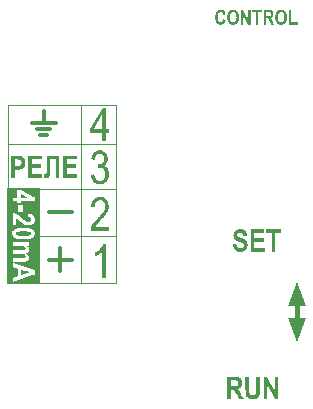
<source format=gto>
G04*
G04 #@! TF.GenerationSoftware,Altium Limited,Altium Designer,20.1.8 (145)*
G04*
G04 Layer_Color=16777215*
%FSTAX43Y43*%
%MOMM*%
G71*
G04*
G04 #@! TF.SameCoordinates,6ED4BD64-6867-458A-972A-B64AF4BAC6AD*
G04*
G04*
G04 #@! TF.FilePolarity,Positive*
G04*
G01*
G75*
%ADD10C,0.300*%
%ADD11C,0.100*%
%ADD12C,0.400*%
G36*
X0114672Y006213D02*
X0113922Y006413D01*
X0115422D01*
X0114672Y006213D01*
D02*
G37*
G36*
X011469Y0067189D02*
X011544Y0065189D01*
X011394D01*
X011469Y0067189D01*
D02*
G37*
G36*
X0092881Y0075163D02*
Y0067037D01*
X0090169D01*
Y0075163D01*
X0092881D01*
D02*
G37*
G36*
X0096027Y0077574D02*
X0095195D01*
Y0077158D01*
X0095969D01*
Y0076841D01*
X0095195D01*
Y007633D01*
X0096055D01*
Y0076014D01*
X0094884D01*
Y0077891D01*
X0096027D01*
Y0077574D01*
D02*
G37*
G36*
X0094562Y0076014D02*
X0094251D01*
Y0077574D01*
X0093793D01*
Y0076769D01*
Y0076766D01*
Y0076755D01*
Y0076738D01*
Y0076719D01*
Y0076691D01*
Y0076661D01*
X009379Y007663D01*
Y0076594D01*
X0093787Y0076519D01*
X0093784Y0076441D01*
X0093779Y0076369D01*
X0093776Y0076336D01*
X0093773Y0076305D01*
Y0076303D01*
Y00763D01*
X009377Y0076291D01*
Y007628D01*
X0093762Y0076253D01*
X0093754Y0076222D01*
X0093743Y0076183D01*
X0093726Y0076147D01*
X0093707Y0076111D01*
X0093682Y0076078D01*
X0093679Y0076075D01*
X0093668Y0076067D01*
X0093651Y0076053D01*
X0093626Y0076039D01*
X0093593Y0076025D01*
X0093551Y0076011D01*
X0093504Y0076003D01*
X0093446Y0076D01*
X0093423D01*
X0093404Y0076003D01*
X0093376D01*
X0093343Y0076006D01*
X0093301Y0076008D01*
X0093251Y0076014D01*
Y0076308D01*
X0093335D01*
X0093351Y0076311D01*
X0093371D01*
X0093415Y0076322D01*
X0093434Y0076328D01*
X0093448Y0076339D01*
X0093451Y0076341D01*
X0093454Y0076347D01*
X0093459Y0076355D01*
X0093465Y0076372D01*
X0093471Y0076394D01*
X0093476Y0076422D01*
X0093482Y0076458D01*
Y0076503D01*
Y0077891D01*
X0094562D01*
Y0076014D01*
D02*
G37*
G36*
X0093082Y0077574D02*
X0092249D01*
Y0077158D01*
X0093024D01*
Y0076841D01*
X0092249D01*
Y007633D01*
X009311D01*
Y0076014D01*
X0091938D01*
Y0077891D01*
X0093082D01*
Y0077574D01*
D02*
G37*
G36*
X0091147Y0077888D02*
X0091211Y0077885D01*
X0091269Y007788D01*
X0091297Y0077877D01*
X0091322Y0077871D01*
X0091344Y0077868D01*
X0091363Y0077863D01*
X0091366D01*
X0091369Y007786D01*
X0091386Y0077855D01*
X0091411Y0077841D01*
X0091444Y0077824D01*
X0091477Y0077799D01*
X0091516Y0077766D01*
X0091552Y0077727D01*
X0091588Y0077677D01*
Y0077674D01*
X0091591Y0077671D01*
X0091597Y0077663D01*
X0091602Y0077652D01*
X009161Y0077638D01*
X0091616Y0077621D01*
X0091624Y0077602D01*
X0091635Y0077577D01*
X0091652Y0077524D01*
X0091666Y0077463D01*
X0091677Y0077391D01*
X009168Y007731D01*
Y0077308D01*
Y0077302D01*
Y0077291D01*
Y0077277D01*
X0091677Y007726D01*
Y0077238D01*
X0091672Y0077191D01*
X009166Y0077138D01*
X0091647Y007708D01*
X0091627Y0077024D01*
X0091602Y0076969D01*
Y0076966D01*
X0091599Y0076963D01*
X0091588Y0076947D01*
X0091572Y0076922D01*
X0091549Y0076894D01*
X0091522Y0076863D01*
X0091488Y007683D01*
X0091449Y0076802D01*
X0091408Y0076777D01*
X0091402Y0076775D01*
X0091397Y0076772D01*
X0091386Y0076769D01*
X0091372Y0076763D01*
X0091358Y0076761D01*
X0091338Y0076755D01*
X0091316Y007675D01*
X0091291Y0076744D01*
X0091261Y0076738D01*
X009123Y0076736D01*
X0091194Y007673D01*
X0091155Y0076727D01*
X0091111Y0076725D01*
X0091064Y0076722D01*
X0090811D01*
Y0076014D01*
X00905D01*
Y0077891D01*
X0091091D01*
X0091147Y0077888D01*
D02*
G37*
G36*
X0098476Y0080124D02*
X0098792D01*
Y0079803D01*
X0098476D01*
Y007912D01*
X0098192D01*
Y0079803D01*
X009718D01*
Y0080124D01*
X0098238Y0081965D01*
X0098476D01*
Y0080124D01*
D02*
G37*
G36*
X0098019Y0078359D02*
X0098044Y0078355D01*
X0098073Y0078351D01*
X009814Y0078338D01*
X0098215Y0078313D01*
X0098298Y0078276D01*
X009834Y0078251D01*
X0098377Y0078222D01*
X0098419Y0078188D01*
X0098456Y0078151D01*
X0098461Y0078147D01*
X0098465Y0078143D01*
X0098473Y007813D01*
X009849Y0078113D01*
X0098502Y0078093D01*
X0098519Y0078068D01*
X0098556Y0078009D01*
X0098594Y007793D01*
X0098627Y0077843D01*
X0098648Y0077739D01*
X0098652Y0077684D01*
X0098656Y0077626D01*
Y0077622D01*
Y0077618D01*
Y0077593D01*
X0098652Y0077555D01*
X0098644Y0077509D01*
X0098635Y0077455D01*
X0098619Y0077397D01*
X0098598Y0077339D01*
X0098569Y007728D01*
X0098565Y0077272D01*
X0098552Y0077255D01*
X0098535Y007723D01*
X0098506Y0077197D01*
X0098473Y007716D01*
X0098436Y0077122D01*
X0098386Y007708D01*
X0098331Y0077047D01*
X009834D01*
X0098356Y0077039D01*
X0098381Y007703D01*
X0098415Y0077018D01*
X0098452Y0077001D01*
X009849Y0076976D01*
X0098527Y0076951D01*
X0098565Y0076918D01*
X0098569Y0076914D01*
X0098581Y0076901D01*
X0098598Y007688D01*
X0098619Y0076855D01*
X009864Y0076822D01*
X0098665Y0076781D01*
X009869Y0076735D01*
X009871Y0076681D01*
X0098715Y0076672D01*
X0098719Y0076656D01*
X0098727Y0076622D01*
X009874Y0076585D01*
X0098752Y0076535D01*
X009876Y0076476D01*
X0098765Y0076414D01*
X0098769Y0076347D01*
Y0076343D01*
Y0076331D01*
Y007631D01*
X0098765Y0076281D01*
X009876Y0076247D01*
X0098756Y007621D01*
X0098748Y0076168D01*
X009874Y0076122D01*
X009871Y0076018D01*
X0098669Y007591D01*
X0098644Y007586D01*
X0098615Y0075806D01*
X0098577Y0075756D01*
X0098535Y0075706D01*
X0098531Y0075702D01*
X0098527Y0075693D01*
X0098511Y0075685D01*
X0098494Y0075668D01*
X0098473Y0075647D01*
X0098448Y0075627D01*
X0098415Y0075606D01*
X0098381Y0075585D01*
X0098298Y0075539D01*
X0098206Y0075497D01*
X0098152Y0075481D01*
X0098098Y0075473D01*
X009804Y0075464D01*
X0097981Y007546D01*
X0097952D01*
X0097931Y0075464D01*
X0097907Y0075468D01*
X0097877Y0075473D01*
X0097807Y0075489D01*
X0097727Y0075514D01*
X009764Y0075552D01*
X0097598Y0075577D01*
X0097557Y0075606D01*
X0097515Y0075639D01*
X0097473Y0075677D01*
X0097469Y0075681D01*
X0097465Y0075685D01*
X0097452Y0075697D01*
X009744Y0075718D01*
X0097423Y0075739D01*
X0097407Y0075764D01*
X009739Y0075797D01*
X0097369Y0075831D01*
X0097348Y0075872D01*
X0097327Y0075914D01*
X009729Y0076014D01*
X0097257Y0076131D01*
X009724Y007626D01*
X0097523Y0076306D01*
Y0076301D01*
X0097527Y0076281D01*
X0097536Y0076256D01*
X0097544Y0076218D01*
X0097557Y0076176D01*
X0097569Y0076131D01*
X009759Y0076081D01*
X0097615Y0076027D01*
X009764Y0075977D01*
X0097673Y0075922D01*
X0097711Y0075877D01*
X0097752Y0075835D01*
X0097798Y0075797D01*
X0097852Y0075772D01*
X0097911Y0075756D01*
X0097977Y0075747D01*
X0097986D01*
X0098011Y0075752D01*
X0098048Y0075756D01*
X0098094Y0075768D01*
X0098148Y0075789D01*
X0098202Y0075814D01*
X0098261Y0075856D01*
X0098319Y007591D01*
X0098327Y0075918D01*
X0098344Y0075939D01*
X0098365Y0075977D01*
X0098394Y0076027D01*
X0098419Y0076089D01*
X0098444Y007616D01*
X0098461Y0076247D01*
X0098465Y0076339D01*
Y0076343D01*
Y0076351D01*
Y0076364D01*
Y0076381D01*
X0098456Y0076426D01*
X0098448Y0076485D01*
X0098431Y0076547D01*
X0098411Y0076614D01*
X0098377Y0076681D01*
X0098331Y0076739D01*
X0098327Y0076747D01*
X0098306Y0076764D01*
X0098277Y0076789D01*
X009824Y0076818D01*
X0098194Y0076843D01*
X009814Y0076868D01*
X0098077Y0076885D01*
X0098006Y0076893D01*
X0097973D01*
X0097952Y0076889D01*
X0097923Y0076885D01*
X0097886Y0076876D01*
X0097848Y0076864D01*
X0097807Y0076851D01*
X009784Y007716D01*
X0097882Y0077155D01*
X009789D01*
X0097919Y007716D01*
X0097956Y0077164D01*
X0098006Y0077172D01*
X0098061Y0077189D01*
X0098119Y007721D01*
X0098173Y0077243D01*
X0098227Y0077285D01*
X0098231Y0077289D01*
X0098248Y007731D01*
X0098269Y0077339D01*
X0098294Y0077376D01*
X0098319Y0077426D01*
X009834Y0077484D01*
X0098356Y0077555D01*
X0098361Y007763D01*
Y0077634D01*
Y0077639D01*
Y0077664D01*
X0098356Y0077701D01*
X0098348Y0077747D01*
X0098331Y0077797D01*
X0098315Y0077851D01*
X0098286Y0077901D01*
X0098248Y0077951D01*
X0098244Y0077955D01*
X0098227Y0077972D01*
X0098202Y0077993D01*
X0098173Y0078014D01*
X0098131Y0078039D01*
X0098086Y0078055D01*
X0098036Y0078072D01*
X0097977Y0078076D01*
X0097948D01*
X0097919Y0078068D01*
X0097882Y0078059D01*
X0097836Y0078043D01*
X0097786Y0078022D01*
X009774Y0077989D01*
X0097694Y0077947D01*
X009769Y0077943D01*
X0097677Y0077922D01*
X0097657Y0077893D01*
X0097636Y0077851D01*
X0097611Y0077797D01*
X0097586Y007773D01*
X0097569Y0077651D01*
X0097552Y0077564D01*
X0097269Y0077626D01*
Y007763D01*
X0097273Y0077643D01*
X0097277Y0077659D01*
X0097282Y0077684D01*
X0097286Y0077718D01*
X0097298Y0077751D01*
X0097319Y007783D01*
X0097352Y0077918D01*
X0097394Y0078009D01*
X0097448Y0078097D01*
X0097511Y0078176D01*
X0097515Y007818D01*
X0097519Y0078184D01*
X0097544Y0078205D01*
X0097586Y0078234D01*
X009764Y0078272D01*
X0097707Y0078305D01*
X0097786Y0078334D01*
X0097877Y0078355D01*
X0097923Y0078363D01*
X0098002D01*
X0098019Y0078359D01*
D02*
G37*
G36*
X0098071Y0074413D02*
X00981Y0074409D01*
X0098137Y0074405D01*
X0098216Y0074388D01*
X0098304Y0074359D01*
X0098346Y0074338D01*
X0098391Y0074318D01*
X0098437Y0074288D01*
X0098479Y0074255D01*
X0098516Y0074218D01*
X0098554Y0074176D01*
X0098558Y0074172D01*
X0098562Y0074163D01*
X009857Y0074151D01*
X0098583Y0074134D01*
X0098595Y0074109D01*
X0098612Y0074084D01*
X009865Y0074018D01*
X0098683Y0073934D01*
X0098712Y0073843D01*
X0098733Y0073739D01*
X0098741Y0073684D01*
Y0073626D01*
Y0073622D01*
Y0073614D01*
Y0073601D01*
X0098737Y007358D01*
Y0073555D01*
X0098733Y0073526D01*
X0098725Y007346D01*
X0098704Y007338D01*
X0098679Y0073293D01*
X0098645Y0073201D01*
X0098595Y0073105D01*
Y0073101D01*
X0098587Y0073093D01*
X0098579Y007308D01*
X0098566Y007306D01*
X009855Y0073035D01*
X0098529Y0073005D01*
X0098504Y0072972D01*
X0098475Y007293D01*
X0098441Y0072885D01*
X00984Y0072835D01*
X0098354Y0072781D01*
X0098304Y0072722D01*
X009825Y007266D01*
X0098191Y0072593D01*
X0098121Y0072518D01*
X009805Y0072443D01*
X0098046Y0072439D01*
X0098037Y0072431D01*
X0098025Y0072418D01*
X0098008Y0072401D01*
X0097966Y0072356D01*
X0097912Y0072301D01*
X0097858Y0072239D01*
X0097804Y0072181D01*
X0097758Y0072127D01*
X0097737Y0072106D01*
X0097721Y0072085D01*
X0097717Y0072081D01*
X0097708Y0072068D01*
X0097696Y0072052D01*
X0097679Y0072027D01*
X0097658Y0071997D01*
X0097637Y0071964D01*
X00976Y0071897D01*
X0098745D01*
Y007156D01*
X00972D01*
Y0071564D01*
Y0071568D01*
Y0071581D01*
Y0071597D01*
X0097204Y0071639D01*
X0097213Y0071693D01*
X0097225Y007176D01*
X0097246Y0071839D01*
X0097279Y0071922D01*
X0097321Y0072014D01*
Y0072018D01*
X0097329Y0072027D01*
X0097333Y0072039D01*
X0097346Y007206D01*
X0097362Y0072085D01*
X0097379Y0072114D01*
X0097404Y0072147D01*
X0097429Y0072185D01*
X0097458Y0072227D01*
X0097492Y0072272D01*
X0097533Y0072322D01*
X0097575Y0072372D01*
X0097625Y0072426D01*
X0097675Y0072485D01*
X0097733Y0072547D01*
X0097796Y007261D01*
X00978Y0072614D01*
X0097812Y0072626D01*
X0097833Y0072647D01*
X0097862Y0072676D01*
X0097891Y007271D01*
X0097929Y0072747D01*
X0097971Y0072793D01*
X0098012Y0072839D01*
X0098104Y0072939D01*
X0098191Y0073043D01*
X0098229Y0073093D01*
X0098266Y0073143D01*
X00983Y0073189D01*
X0098325Y007323D01*
Y0073235D01*
X0098329Y0073239D01*
X0098337Y0073251D01*
X0098346Y0073268D01*
X0098366Y007331D01*
X0098391Y0073364D01*
X0098412Y0073426D01*
X0098433Y0073493D01*
X009845Y0073568D01*
X0098454Y0073639D01*
Y0073643D01*
Y0073647D01*
Y0073659D01*
Y0073676D01*
X0098446Y0073714D01*
X0098437Y0073764D01*
X0098421Y0073822D01*
X00984Y007388D01*
X0098366Y0073939D01*
X0098325Y0073993D01*
X0098321Y0073997D01*
X00983Y0074014D01*
X0098275Y0074034D01*
X0098237Y0074064D01*
X0098191Y0074089D01*
X0098137Y0074109D01*
X0098075Y0074126D01*
X0098008Y007413D01*
X0098D01*
X0097975Y0074126D01*
X0097937Y0074122D01*
X0097891Y0074114D01*
X0097841Y0074093D01*
X0097783Y0074068D01*
X0097729Y007403D01*
X0097679Y007398D01*
X0097675Y0073972D01*
X0097658Y0073951D01*
X0097637Y0073918D01*
X0097617Y0073872D01*
X0097592Y0073809D01*
X0097571Y0073739D01*
X0097554Y0073651D01*
X009755Y0073555D01*
X0097254Y0073593D01*
Y0073597D01*
Y0073609D01*
X0097258Y007363D01*
X0097262Y0073659D01*
X0097267Y0073693D01*
X0097275Y0073734D01*
X0097283Y0073776D01*
X0097296Y0073822D01*
X0097325Y0073922D01*
X0097362Y0074026D01*
X0097417Y0074122D01*
X009745Y0074168D01*
X0097483Y0074209D01*
X0097487Y0074213D01*
X0097492Y0074218D01*
X0097504Y007423D01*
X0097521Y0074243D01*
X0097542Y0074259D01*
X0097567Y0074276D01*
X0097625Y0074313D01*
X0097704Y0074351D01*
X0097792Y0074384D01*
X0097896Y0074409D01*
X0097954Y0074413D01*
X0098012Y0074418D01*
X0098046D01*
X0098071Y0074413D01*
D02*
G37*
G36*
X0098474Y006758D02*
X0098191D01*
Y0069809D01*
X0098187Y0069804D01*
X0098174Y0069788D01*
X0098149Y0069767D01*
X009812Y0069734D01*
X0098082Y00697D01*
X0098037Y0069659D01*
X0097982Y0069613D01*
X0097924Y0069567D01*
X0097916Y0069563D01*
X0097895Y0069546D01*
X0097866Y0069525D01*
X0097824Y00695D01*
X0097778Y0069471D01*
X0097724Y0069442D01*
X0097674Y0069413D01*
X009762Y0069388D01*
Y0069725D01*
X0097624D01*
X0097632Y0069729D01*
X0097641Y0069738D01*
X0097657Y006975D01*
X0097703Y0069779D01*
X0097757Y0069817D01*
X0097824Y0069863D01*
X0097891Y0069921D01*
X0097962Y0069984D01*
X0098032Y0070054D01*
X0098037Y0070059D01*
X0098041Y0070063D01*
X0098062Y0070088D01*
X0098095Y0070125D01*
X0098132Y0070175D01*
X0098174Y0070233D01*
X0098216Y00703D01*
X0098257Y0070367D01*
X0098286Y0070438D01*
X0098474D01*
Y006758D01*
D02*
G37*
G36*
X0108261Y009027D02*
X0108276Y0090268D01*
X0108293Y0090267D01*
X0108311Y0090263D01*
X0108331Y0090257D01*
X0108378Y0090242D01*
X0108402Y0090233D01*
X0108426Y0090222D01*
X010845Y0090207D01*
X0108474Y0090191D01*
X0108498Y0090172D01*
X010852Y0090152D01*
X0108522D01*
X0108524Y0090148D01*
X0108528Y0090142D01*
X0108533Y0090137D01*
X0108541Y0090128D01*
X0108548Y0090117D01*
X0108557Y0090104D01*
X0108567Y0090089D01*
X0108576Y0090072D01*
X0108587Y0090055D01*
X0108596Y0090035D01*
X0108607Y0090013D01*
X0108617Y0089987D01*
X0108626Y0089961D01*
X0108635Y0089933D01*
X0108643Y0089904D01*
X0108437Y0089844D01*
Y0089846D01*
X0108435Y0089848D01*
Y0089854D01*
X0108433Y0089861D01*
X0108428Y008988D01*
X010842Y0089902D01*
X0108409Y0089928D01*
X0108394Y0089954D01*
X0108378Y0089978D01*
X0108357Y009D01*
X0108355Y0090002D01*
X0108348Y0090009D01*
X0108335Y0090018D01*
X0108318Y0090028D01*
X0108298Y0090039D01*
X0108276Y0090046D01*
X010825Y0090054D01*
X010822Y0090055D01*
X0108209D01*
X0108202Y0090054D01*
X0108181Y009005D01*
X0108156Y0090042D01*
X0108126Y0090031D01*
X0108094Y0090013D01*
X010808Y0090002D01*
X0108065Y0089989D01*
X010805Y0089974D01*
X0108035Y0089955D01*
Y0089954D01*
X0108031Y0089952D01*
X010803Y0089944D01*
X0108024Y0089937D01*
X0108018Y0089926D01*
X0108013Y0089913D01*
X0108007Y0089896D01*
X0108Y0089878D01*
X0107993Y0089857D01*
X0107987Y0089833D01*
X0107981Y0089805D01*
X0107976Y0089776D01*
X0107972Y0089744D01*
X0107968Y0089709D01*
X0107965Y008967D01*
Y008963D01*
Y0089628D01*
Y0089618D01*
Y0089607D01*
X0107967Y0089591D01*
Y0089572D01*
X0107968Y008955D01*
X010797Y0089526D01*
X0107974Y00895D01*
X0107981Y0089444D01*
X0107994Y0089389D01*
X0108002Y0089363D01*
X0108011Y0089337D01*
X0108022Y0089315D01*
X0108033Y0089294D01*
Y0089293D01*
X0108037Y0089291D01*
X0108046Y008928D01*
X0108061Y0089263D01*
X0108083Y0089246D01*
X0108109Y0089228D01*
X0108139Y0089211D01*
X0108176Y00892D01*
X0108194Y0089198D01*
X0108215Y0089196D01*
X0108218D01*
X0108228Y0089198D01*
X0108244Y00892D01*
X0108263Y0089204D01*
X0108285Y0089211D01*
X0108309Y0089222D01*
X0108333Y0089239D01*
X0108355Y0089259D01*
X0108357Y0089263D01*
X0108365Y0089272D01*
X0108376Y0089287D01*
X0108389Y0089309D01*
X0108404Y0089337D01*
X0108417Y0089372D01*
X0108431Y0089413D01*
X0108443Y0089463D01*
X0108644Y0089385D01*
Y0089383D01*
X0108643Y0089376D01*
X0108639Y0089365D01*
X0108635Y008935D01*
X010863Y0089333D01*
X0108624Y0089313D01*
X0108617Y0089291D01*
X0108607Y0089267D01*
X0108585Y0089217D01*
X0108557Y0089165D01*
X0108526Y0089117D01*
X0108507Y0089096D01*
X0108487Y0089076D01*
X0108485Y0089074D01*
X0108481Y0089072D01*
X0108476Y0089067D01*
X0108467Y0089061D01*
X0108457Y0089054D01*
X0108444Y0089046D01*
X010843Y0089037D01*
X0108413Y0089028D01*
X0108394Y0089019D01*
X0108374Y0089009D01*
X0108328Y0088994D01*
X0108276Y0088983D01*
X0108248Y0088981D01*
X0108218Y008898D01*
X0108209D01*
X01082Y0088981D01*
X0108185D01*
X0108168Y0088985D01*
X0108148Y0088987D01*
X0108126Y0088993D01*
X0108102Y0088998D01*
X0108076Y0089007D01*
X010805Y0089017D01*
X0108024Y008903D01*
X0107996Y0089044D01*
X0107968Y0089063D01*
X0107943Y0089083D01*
X0107917Y0089106D01*
X0107893Y0089133D01*
X0107891Y0089135D01*
X0107887Y0089141D01*
X010788Y0089152D01*
X010787Y0089167D01*
X0107859Y0089183D01*
X0107848Y0089206D01*
X0107835Y0089231D01*
X0107822Y0089261D01*
X0107807Y0089293D01*
X0107794Y008933D01*
X0107783Y0089368D01*
X0107772Y0089411D01*
X0107763Y0089457D01*
X0107756Y0089507D01*
X0107752Y0089559D01*
X010775Y0089615D01*
Y0089617D01*
Y0089618D01*
Y008963D01*
X0107752Y0089646D01*
Y0089667D01*
X0107754Y0089694D01*
X0107757Y0089726D01*
X0107763Y0089759D01*
X0107769Y0089796D01*
X0107776Y0089837D01*
X0107785Y0089878D01*
X0107796Y0089918D01*
X0107811Y0089961D01*
X0107828Y0090002D01*
X0107846Y0090041D01*
X0107869Y009008D01*
X0107894Y0090115D01*
X0107896Y0090117D01*
X01079Y0090122D01*
X0107907Y009013D01*
X0107917Y0090139D01*
X010793Y0090152D01*
X0107944Y0090165D01*
X0107963Y009018D01*
X0107983Y0090194D01*
X0108006Y0090207D01*
X0108031Y0090222D01*
X0108059Y0090235D01*
X0108089Y0090248D01*
X0108122Y0090257D01*
X0108156Y0090265D01*
X0108193Y009027D01*
X0108231Y0090272D01*
X0108248D01*
X0108261Y009027D01*
D02*
G37*
G36*
X0110757Y0089D02*
X0110548D01*
X0110135Y0089815D01*
Y0089D01*
X0109942D01*
Y0090252D01*
X0110142D01*
X0110565Y0089415D01*
Y0090252D01*
X0110757D01*
Y0089D01*
D02*
G37*
G36*
X0114212Y0089211D02*
X0114727D01*
Y0089D01*
X0114005D01*
Y0090242D01*
X0114212D01*
Y0089211D01*
D02*
G37*
G36*
X0112327Y009025D02*
X0112344D01*
X0112379Y0090248D01*
X0112418Y0090242D01*
X0112457Y0090237D01*
X0112494Y0090228D01*
X0112511Y0090222D01*
X0112525Y0090217D01*
X0112529Y0090215D01*
X0112538Y0090211D01*
X0112551Y0090202D01*
X0112568Y0090189D01*
X0112587Y0090174D01*
X0112605Y0090154D01*
X0112625Y009013D01*
X0112644Y00901D01*
X0112646Y0090096D01*
X0112651Y0090085D01*
X0112659Y0090067D01*
X0112668Y0090044D01*
X0112675Y0090015D01*
X0112683Y008998D01*
X0112688Y0089942D01*
X011269Y00899D01*
Y0089898D01*
Y0089894D01*
Y0089885D01*
X0112688Y0089876D01*
Y0089863D01*
X0112687Y0089848D01*
X0112681Y0089815D01*
X0112674Y0089778D01*
X0112661Y0089739D01*
X0112642Y00897D01*
X0112618Y0089663D01*
Y0089661D01*
X0112614Y0089659D01*
X0112605Y0089648D01*
X0112588Y0089633D01*
X0112566Y0089617D01*
X0112538Y0089596D01*
X0112503Y0089578D01*
X0112464Y0089563D01*
X0112418Y0089552D01*
X0112422Y008955D01*
X0112429Y0089543D01*
X0112442Y0089533D01*
X0112457Y008952D01*
X0112474Y0089506D01*
X0112492Y0089487D01*
X0112511Y0089467D01*
X0112527Y0089446D01*
X0112529Y0089444D01*
X0112535Y0089435D01*
X0112546Y008942D01*
X0112559Y00894D01*
X0112575Y0089372D01*
X0112585Y0089356D01*
X0112596Y0089337D01*
X0112607Y0089317D01*
X011262Y0089294D01*
X0112633Y0089268D01*
X0112646Y0089243D01*
X0112772Y0089D01*
X0112522D01*
X0112374Y0089272D01*
Y0089274D01*
X011237Y008928D01*
X0112366Y0089287D01*
X0112361Y0089296D01*
X0112353Y0089307D01*
X0112346Y008932D01*
X0112329Y008935D01*
X0112311Y0089381D01*
X0112292Y0089413D01*
X0112285Y0089426D01*
X0112275Y0089437D01*
X0112268Y0089448D01*
X0112262Y0089456D01*
X0112261Y0089457D01*
X0112257Y0089461D01*
X0112251Y0089468D01*
X0112244Y0089476D01*
X0112225Y0089493D01*
X0112214Y0089502D01*
X0112201Y0089507D01*
X01122D01*
X0112196Y0089509D01*
X0112188Y0089513D01*
X0112177Y0089515D01*
X0112163Y0089518D01*
X0112144Y008952D01*
X0112124Y0089522D01*
X0112057D01*
Y0089D01*
X011185D01*
Y0090252D01*
X0112314D01*
X0112327Y009025D01*
D02*
G37*
G36*
X0111716Y0090041D02*
X0111413D01*
Y0089D01*
X0111205D01*
Y0090041D01*
X01109D01*
Y0090252D01*
X0111716D01*
Y0090041D01*
D02*
G37*
G36*
X0113362Y009027D02*
X0113377D01*
X0113396Y0090267D01*
X0113418Y0090263D01*
X0113442Y0090257D01*
X0113468Y0090252D01*
X0113496Y0090242D01*
X0113525Y0090231D01*
X0113555Y0090217D01*
X0113585Y0090202D01*
X0113614Y0090181D01*
X0113644Y0090159D01*
X0113672Y0090133D01*
X0113699Y0090104D01*
X0113701Y0090102D01*
X0113705Y0090096D01*
X0113712Y0090087D01*
X0113722Y0090072D01*
X0113731Y0090055D01*
X0113744Y0090033D01*
X0113757Y0090009D01*
X011377Y0089981D01*
X0113783Y0089948D01*
X0113794Y0089913D01*
X0113807Y0089874D01*
X0113816Y0089831D01*
X0113825Y0089785D01*
X0113833Y0089735D01*
X0113836Y0089681D01*
X0113838Y0089626D01*
Y0089622D01*
Y0089613D01*
Y0089596D01*
X0113836Y0089574D01*
X0113835Y0089548D01*
X0113831Y0089517D01*
X0113825Y0089483D01*
X011382Y0089446D01*
X0113812Y0089407D01*
X0113803Y0089368D01*
X011379Y0089328D01*
X0113775Y0089287D01*
X0113759Y0089246D01*
X0113738Y0089207D01*
X0113716Y008917D01*
X011369Y0089135D01*
X0113688Y0089133D01*
X0113685Y0089128D01*
X0113677Y008912D01*
X0113666Y0089111D01*
X0113653Y00891D01*
X0113638Y0089085D01*
X011362Y0089072D01*
X0113598Y0089057D01*
X0113573Y0089043D01*
X0113548Y008903D01*
X011352Y0089017D01*
X0113488Y0089004D01*
X0113455Y0088994D01*
X0113418Y0088987D01*
X0113381Y0088981D01*
X011334Y008898D01*
X0113331D01*
X0113318Y0088981D01*
X0113303D01*
X0113285Y0088985D01*
X0113262Y0088987D01*
X0113238Y0088993D01*
X0113212Y0088998D01*
X0113185Y0089007D01*
X0113157Y0089017D01*
X0113127Y008903D01*
X0113098Y0089044D01*
X011307Y0089063D01*
X011304Y0089083D01*
X0113014Y0089106D01*
X0112988Y0089133D01*
X0112986Y0089135D01*
X0112983Y0089141D01*
X0112975Y0089152D01*
X0112966Y0089165D01*
X0112955Y0089183D01*
X0112942Y0089206D01*
X0112929Y0089231D01*
X0112916Y0089259D01*
X0112901Y0089293D01*
X0112888Y008933D01*
X0112875Y0089368D01*
X0112864Y0089411D01*
X0112855Y0089457D01*
X0112848Y0089507D01*
X0112844Y0089561D01*
X0112842Y0089617D01*
Y0089618D01*
Y0089626D01*
Y0089639D01*
X0112844Y0089654D01*
Y0089672D01*
X0112846Y0089694D01*
X0112848Y008972D01*
X0112849Y0089746D01*
X0112859Y0089805D01*
X011287Y0089867D01*
X0112885Y0089928D01*
X0112896Y0089957D01*
X0112907Y0089985D01*
Y0089987D01*
X0112911Y0089991D01*
X0112914Y0089998D01*
X011292Y0090009D01*
X0112925Y009002D01*
X0112933Y0090035D01*
X0112953Y0090067D01*
X0112979Y0090102D01*
X0113007Y0090137D01*
X0113042Y009017D01*
X0113079Y00902D01*
X0113081D01*
X0113085Y0090204D01*
X011309Y0090207D01*
X0113098Y0090211D01*
X0113109Y0090217D01*
X0113122Y0090222D01*
X0113136Y0090229D01*
X0113151Y0090237D01*
X011319Y009025D01*
X0113235Y0090261D01*
X0113285Y0090268D01*
X011334Y0090272D01*
X0113349D01*
X0113362Y009027D01*
D02*
G37*
G36*
X01093D02*
X0109315D01*
X0109333Y0090267D01*
X0109355Y0090263D01*
X0109379Y0090257D01*
X0109405Y0090252D01*
X0109433Y0090242D01*
X0109463Y0090231D01*
X0109492Y0090217D01*
X0109522Y0090202D01*
X0109552Y0090181D01*
X0109581Y0090159D01*
X0109609Y0090133D01*
X0109637Y0090104D01*
X0109639Y0090102D01*
X0109642Y0090096D01*
X010965Y0090087D01*
X0109659Y0090072D01*
X0109668Y0090055D01*
X0109681Y0090033D01*
X0109694Y0090009D01*
X0109707Y0089981D01*
X010972Y0089948D01*
X0109731Y0089913D01*
X0109744Y0089874D01*
X0109754Y0089831D01*
X0109763Y0089785D01*
X010977Y0089735D01*
X0109774Y0089681D01*
X0109776Y0089626D01*
Y0089622D01*
Y0089613D01*
Y0089596D01*
X0109774Y0089574D01*
X0109772Y0089548D01*
X0109768Y0089517D01*
X0109763Y0089483D01*
X0109757Y0089446D01*
X010975Y0089407D01*
X0109741Y0089368D01*
X0109728Y0089328D01*
X0109713Y0089287D01*
X0109696Y0089246D01*
X0109676Y0089207D01*
X0109654Y008917D01*
X0109628Y0089135D01*
X0109626Y0089133D01*
X0109622Y0089128D01*
X0109615Y008912D01*
X0109604Y0089111D01*
X0109591Y00891D01*
X0109576Y0089085D01*
X0109557Y0089072D01*
X0109535Y0089057D01*
X0109511Y0089043D01*
X0109485Y008903D01*
X0109457Y0089017D01*
X0109426Y0089004D01*
X0109392Y0088994D01*
X0109355Y0088987D01*
X0109318Y0088981D01*
X0109278Y008898D01*
X0109268D01*
X0109255Y0088981D01*
X0109241D01*
X0109222Y0088985D01*
X01092Y0088987D01*
X0109176Y0088993D01*
X010915Y0088998D01*
X0109122Y0089007D01*
X0109094Y0089017D01*
X0109065Y008903D01*
X0109035Y0089044D01*
X0109007Y0089063D01*
X0108978Y0089083D01*
X0108952Y0089106D01*
X0108926Y0089133D01*
X0108924Y0089135D01*
X010892Y0089141D01*
X0108913Y0089152D01*
X0108904Y0089165D01*
X0108892Y0089183D01*
X010888Y0089206D01*
X0108867Y0089231D01*
X0108854Y0089259D01*
X0108839Y0089293D01*
X0108826Y008933D01*
X0108813Y0089368D01*
X0108802Y0089411D01*
X0108792Y0089457D01*
X0108785Y0089507D01*
X0108781Y0089561D01*
X010878Y0089617D01*
Y0089618D01*
Y0089626D01*
Y0089639D01*
X0108781Y0089654D01*
Y0089672D01*
X0108783Y0089694D01*
X0108785Y008972D01*
X0108787Y0089746D01*
X0108796Y0089805D01*
X0108807Y0089867D01*
X0108822Y0089928D01*
X0108833Y0089957D01*
X0108844Y0089985D01*
Y0089987D01*
X0108848Y0089991D01*
X0108852Y0089998D01*
X0108857Y0090009D01*
X0108863Y009002D01*
X010887Y0090035D01*
X0108891Y0090067D01*
X0108917Y0090102D01*
X0108944Y0090137D01*
X0108979Y009017D01*
X0109017Y00902D01*
X0109018D01*
X0109022Y0090204D01*
X0109028Y0090207D01*
X0109035Y0090211D01*
X0109046Y0090217D01*
X0109059Y0090222D01*
X0109074Y0090229D01*
X0109089Y0090237D01*
X0109128Y009025D01*
X0109172Y0090261D01*
X0109222Y0090268D01*
X0109278Y0090272D01*
X0109287D01*
X01093Y009027D01*
D02*
G37*
G36*
X0109916Y0071685D02*
X0109938Y0071682D01*
X0109966Y0071679D01*
X0109994Y0071677D01*
X0110027Y0071668D01*
X0110094Y0071652D01*
X0110166Y0071624D01*
X0110199Y0071607D01*
X0110236Y0071588D01*
X0110266Y0071566D01*
X0110297Y0071538D01*
X0110299Y0071535D01*
X0110302Y0071532D01*
X0110311Y0071521D01*
X0110322Y007151D01*
X0110333Y0071496D01*
X0110347Y0071477D01*
X011036Y0071455D01*
X0110374Y007143D01*
X0110388Y0071402D01*
X0110405Y0071371D01*
X0110419Y0071335D01*
X011043Y0071299D01*
X0110441Y0071257D01*
X0110449Y0071216D01*
X0110458Y0071169D01*
X011046Y0071119D01*
X0110149Y0071102D01*
Y0071105D01*
Y0071108D01*
X0110147Y0071116D01*
X0110144Y0071127D01*
X0110138Y0071152D01*
X011013Y0071185D01*
X0110116Y0071219D01*
X0110102Y0071255D01*
X0110083Y0071285D01*
X0110058Y0071313D01*
X0110055Y0071316D01*
X0110047Y0071321D01*
X011003Y0071332D01*
X0110008Y0071344D01*
X010998Y0071355D01*
X0109947Y0071366D01*
X0109908Y0071371D01*
X0109864Y0071374D01*
X0109844D01*
X0109819Y0071371D01*
X0109791Y0071369D01*
X0109761Y007136D01*
X010973Y0071352D01*
X0109697Y0071338D01*
X0109669Y0071321D01*
X0109666Y0071319D01*
X0109658Y0071313D01*
X0109647Y0071302D01*
X0109636Y0071285D01*
X0109625Y0071266D01*
X0109614Y0071244D01*
X0109605Y0071219D01*
X0109603Y0071191D01*
Y0071188D01*
Y007118D01*
X0109605Y0071166D01*
X0109611Y0071146D01*
X0109616Y0071127D01*
X0109628Y0071108D01*
X0109644Y0071085D01*
X0109664Y0071066D01*
X0109666Y0071063D01*
X0109678Y0071058D01*
X0109694Y0071046D01*
X0109722Y0071033D01*
X0109741Y0071024D01*
X0109761Y0071013D01*
X0109783Y0071005D01*
X0109811Y0070994D01*
X0109839Y0070983D01*
X0109872Y0070972D01*
X0109908Y007096D01*
X0109947Y0070949D01*
X010995D01*
X0109958Y0070947D01*
X0109969Y0070944D01*
X0109986Y0070938D01*
X0110005Y007093D01*
X0110027Y0070924D01*
X0110077Y0070905D01*
X0110133Y0070883D01*
X0110188Y007086D01*
X0110241Y0070833D01*
X0110266Y0070819D01*
X0110286Y0070805D01*
X0110291Y0070802D01*
X0110302Y0070791D01*
X0110322Y0070777D01*
X0110347Y0070755D01*
X0110372Y0070727D01*
X0110399Y0070694D01*
X0110424Y0070655D01*
X0110447Y0070613D01*
X0110449Y0070608D01*
X0110455Y0070591D01*
X0110463Y0070566D01*
X0110474Y0070533D01*
X0110485Y0070491D01*
X0110494Y0070441D01*
X0110499Y0070386D01*
X0110502Y0070325D01*
Y0070322D01*
Y0070314D01*
Y0070302D01*
X0110499Y0070283D01*
X0110497Y0070264D01*
X0110494Y0070239D01*
X0110488Y0070211D01*
X0110483Y0070183D01*
X0110466Y0070116D01*
X0110438Y0070047D01*
X0110422Y0070014D01*
X0110399Y006998D01*
X0110377Y0069947D01*
X0110349Y0069914D01*
X0110347Y0069911D01*
X0110341Y0069905D01*
X0110333Y00699D01*
X0110322Y0069889D01*
X0110305Y0069875D01*
X0110286Y0069861D01*
X0110261Y0069847D01*
X0110236Y0069833D01*
X0110205Y0069817D01*
X0110169Y0069803D01*
X011013Y0069789D01*
X0110088Y0069775D01*
X0110041Y0069764D01*
X0109991Y0069758D01*
X0109938Y0069753D01*
X010988Y006975D01*
X0109855D01*
X0109827Y0069756D01*
X0109791Y0069761D01*
X0109747Y0069769D01*
X0109697Y0069783D01*
X0109644Y0069803D01*
X0109589Y0069831D01*
X0109533Y0069864D01*
X0109478Y0069908D01*
X0109425Y0069958D01*
X01094Y0069989D01*
X0109375Y0070022D01*
X0109353Y0070058D01*
X0109333Y0070094D01*
X0109314Y0070136D01*
X0109294Y007018D01*
X0109281Y007023D01*
X0109267Y007028D01*
X0109258Y0070336D01*
X010925Y0070394D01*
X0109553Y007043D01*
Y0070427D01*
X0109555Y0070414D01*
X0109558Y0070397D01*
X0109564Y0070375D01*
X0109572Y0070347D01*
X0109583Y0070316D01*
X0109597Y0070283D01*
X0109614Y007025D01*
X0109633Y0070216D01*
X0109655Y0070183D01*
X0109683Y0070153D01*
X0109716Y0070125D01*
X0109753Y0070103D01*
X0109791Y0070086D01*
X0109839Y0070072D01*
X0109889Y0070069D01*
X0109911D01*
X0109936Y0070072D01*
X0109969Y0070078D01*
X0110002Y0070086D01*
X0110038Y00701D01*
X0110075Y0070116D01*
X0110108Y0070141D01*
X0110111Y0070144D01*
X0110122Y0070155D01*
X0110136Y0070172D01*
X0110149Y0070191D01*
X0110166Y0070219D01*
X0110177Y007025D01*
X0110188Y0070286D01*
X0110191Y0070325D01*
Y0070327D01*
Y0070336D01*
X0110188Y0070347D01*
Y0070364D01*
X0110177Y0070397D01*
X0110172Y0070416D01*
X0110161Y0070433D01*
Y0070436D01*
X0110155Y0070441D01*
X0110138Y0070458D01*
X0110127Y0070469D01*
X0110113Y0070483D01*
X0110094Y0070494D01*
X0110075Y0070505D01*
X0110072Y0070508D01*
X0110063Y0070511D01*
X0110044Y0070519D01*
X0110019Y007053D01*
X0110002Y0070536D01*
X0109983Y0070541D01*
X0109961Y007055D01*
X0109933Y0070558D01*
X0109905Y0070569D01*
X0109872Y007058D01*
X0109836Y0070591D01*
X0109797Y0070602D01*
X0109794D01*
X0109789Y0070605D01*
X0109777Y0070608D01*
X0109764Y0070613D01*
X0109747Y0070619D01*
X010973Y0070625D01*
X0109686Y0070641D01*
X0109639Y0070661D01*
X0109589Y0070683D01*
X0109544Y0070708D01*
X0109505Y0070733D01*
X0109503Y0070736D01*
X0109492Y0070747D01*
X0109475Y0070761D01*
X0109453Y0070783D01*
X010943Y0070808D01*
X0109405Y0070838D01*
X010938Y0070874D01*
X0109358Y0070916D01*
X0109355Y0070922D01*
X010935Y0070935D01*
X0109342Y007096D01*
X0109333Y0070991D01*
X0109322Y0071027D01*
X0109314Y0071069D01*
X0109308Y0071116D01*
X0109306Y0071163D01*
Y0071166D01*
Y0071169D01*
Y0071177D01*
Y0071188D01*
X0109308Y0071219D01*
X0109314Y0071255D01*
X0109322Y0071296D01*
X0109336Y0071344D01*
X0109353Y0071391D01*
X0109375Y0071438D01*
Y0071441D01*
X0109378Y0071443D01*
X0109389Y0071457D01*
X0109403Y007148D01*
X0109425Y0071507D01*
X0109453Y0071538D01*
X0109486Y0071568D01*
X0109522Y0071599D01*
X0109566Y0071624D01*
X0109569D01*
X0109572Y0071627D01*
X0109589Y0071635D01*
X0109616Y0071643D01*
X0109653Y0071657D01*
X0109697Y0071668D01*
X0109747Y0071677D01*
X0109808Y0071685D01*
X0109872Y0071688D01*
X0109897D01*
X0109916Y0071685D01*
D02*
G37*
G36*
X0113314Y0071341D02*
X0112859D01*
Y0069781D01*
X0112548D01*
Y0071341D01*
X011209D01*
Y0071657D01*
X0113314D01*
Y0071341D01*
D02*
G37*
G36*
X011191D02*
X0111077D01*
Y0070924D01*
X0111851D01*
Y0070608D01*
X0111077D01*
Y0070097D01*
X0111937D01*
Y0069781D01*
X0110766D01*
Y0071657D01*
X011191D01*
Y0071341D01*
D02*
G37*
G36*
X0113106Y0057306D02*
X0112792D01*
X0112173Y0058527D01*
Y0057306D01*
X0111884D01*
Y0059182D01*
X0112184D01*
X0112817Y0057927D01*
Y0059182D01*
X0113106D01*
Y0057306D01*
D02*
G37*
G36*
X0111551Y0058197D02*
Y0058191D01*
Y005818D01*
Y0058161D01*
Y0058136D01*
Y0058105D01*
X0111548Y0058069D01*
Y005803D01*
X0111546Y0057986D01*
X011154Y0057897D01*
X0111535Y0057808D01*
X0111529Y0057764D01*
X0111523Y0057722D01*
X0111518Y0057683D01*
X011151Y005765D01*
Y0057647D01*
X0111507Y0057641D01*
X0111504Y0057633D01*
X0111501Y0057622D01*
X011149Y0057591D01*
X0111471Y0057553D01*
X0111446Y0057511D01*
X0111415Y0057464D01*
X0111376Y0057419D01*
X0111326Y0057378D01*
X0111324D01*
X0111321Y0057372D01*
X0111312Y0057369D01*
X0111301Y0057361D01*
X0111287Y0057353D01*
X0111271Y0057344D01*
X0111249Y0057336D01*
X0111226Y0057328D01*
X0111174Y0057308D01*
X011111Y0057292D01*
X0111038Y0057281D01*
X0110954Y0057275D01*
X0110932D01*
X0110915Y0057278D01*
X0110893D01*
X0110871Y0057281D01*
X0110816Y0057286D01*
X0110757Y0057297D01*
X0110693Y0057311D01*
X0110632Y0057333D01*
X0110577Y0057361D01*
X0110574D01*
X0110571Y0057364D01*
X0110555Y0057378D01*
X011053Y0057397D01*
X0110502Y0057425D01*
X0110468Y0057458D01*
X0110435Y00575D01*
X0110405Y0057547D01*
X011038Y0057603D01*
Y0057605D01*
X0110377Y0057611D01*
X0110374Y0057619D01*
X0110371Y0057633D01*
X0110366Y0057653D01*
X011036Y0057675D01*
X0110355Y0057703D01*
X0110352Y0057733D01*
X0110346Y0057772D01*
X0110341Y0057814D01*
X0110335Y0057861D01*
X011033Y0057914D01*
X0110327Y0057972D01*
X0110324Y0058036D01*
X0110321Y0058105D01*
Y005818D01*
Y0059182D01*
X0110632D01*
Y0058166D01*
Y0058163D01*
Y0058155D01*
Y0058144D01*
Y0058127D01*
Y0058111D01*
Y0058088D01*
X0110635Y0058038D01*
Y0057988D01*
X0110638Y0057936D01*
X0110641Y0057891D01*
Y0057875D01*
X0110643Y0057858D01*
Y0057852D01*
X0110649Y0057839D01*
X0110655Y0057816D01*
X0110663Y0057789D01*
X0110677Y0057755D01*
X0110693Y0057725D01*
X0110713Y0057694D01*
X0110741Y0057666D01*
X0110743Y0057664D01*
X0110754Y0057655D01*
X0110771Y0057644D01*
X0110796Y0057633D01*
X0110824Y0057622D01*
X011086Y0057611D01*
X0110902Y0057603D01*
X0110946Y00576D01*
X0110965D01*
X0110985Y0057603D01*
X011101Y0057605D01*
X0111038Y0057611D01*
X0111065Y0057619D01*
X0111093Y005763D01*
X0111121Y0057647D01*
X0111124Y005765D01*
X0111132Y0057655D01*
X0111143Y0057666D01*
X0111157Y005768D01*
X0111174Y00577D01*
X0111188Y0057722D01*
X0111201Y0057747D01*
X0111213Y0057778D01*
Y0057783D01*
X0111218Y0057794D01*
Y0057805D01*
X0111221Y0057819D01*
X0111224Y0057836D01*
X0111226Y0057855D01*
X0111229Y0057877D01*
X0111232Y0057905D01*
X0111235Y0057936D01*
Y0057969D01*
X0111238Y0058005D01*
X011124Y0058047D01*
Y0058094D01*
Y0058144D01*
Y0059182D01*
X0111551D01*
Y0058197D01*
D02*
G37*
G36*
X0109491Y0059179D02*
X0109516D01*
X0109569Y0059177D01*
X0109627Y0059168D01*
X0109686Y005916D01*
X0109741Y0059146D01*
X0109766Y0059138D01*
X0109788Y005913D01*
X0109794Y0059127D01*
X0109808Y0059121D01*
X0109827Y0059107D01*
X0109852Y0059088D01*
X010988Y0059066D01*
X0109908Y0059035D01*
X0109938Y0058999D01*
X0109966Y0058955D01*
X0109969Y0058949D01*
X0109977Y0058932D01*
X0109988Y0058905D01*
X0110002Y0058871D01*
X0110013Y0058827D01*
X0110024Y0058774D01*
X0110033Y0058719D01*
X0110035Y0058655D01*
Y0058652D01*
Y0058646D01*
Y0058633D01*
X0110033Y0058619D01*
Y0058599D01*
X011003Y0058577D01*
X0110022Y0058527D01*
X011001Y0058472D01*
X0109991Y0058413D01*
X0109963Y0058355D01*
X0109927Y0058299D01*
Y0058297D01*
X0109922Y0058294D01*
X0109908Y0058277D01*
X0109883Y0058255D01*
X0109849Y005823D01*
X0109808Y0058199D01*
X0109755Y0058172D01*
X0109697Y005815D01*
X0109627Y0058133D01*
X0109633Y005813D01*
X0109644Y0058119D01*
X0109663Y0058105D01*
X0109686Y0058086D01*
X0109711Y0058063D01*
X0109738Y0058036D01*
X0109766Y0058005D01*
X0109791Y0057975D01*
X0109794Y0057972D01*
X0109802Y0057958D01*
X0109819Y0057936D01*
X0109838Y0057905D01*
X0109863Y0057864D01*
X0109877Y0057839D01*
X0109894Y0057811D01*
X010991Y005778D01*
X010993Y0057747D01*
X0109949Y0057708D01*
X0109969Y0057669D01*
X0110158Y0057306D01*
X0109783D01*
X0109561Y0057714D01*
Y0057716D01*
X0109555Y0057725D01*
X010955Y0057736D01*
X0109541Y005775D01*
X010953Y0057766D01*
X0109519Y0057786D01*
X0109494Y005783D01*
X0109466Y0057877D01*
X0109439Y0057925D01*
X0109427Y0057944D01*
X0109414Y0057961D01*
X0109402Y0057977D01*
X0109394Y0057988D01*
X0109391Y0057991D01*
X0109386Y0057997D01*
X0109377Y0058008D01*
X0109366Y0058019D01*
X0109339Y0058044D01*
X0109322Y0058058D01*
X0109302Y0058066D01*
X01093D01*
X0109294Y0058069D01*
X0109283Y0058075D01*
X0109266Y0058077D01*
X0109244Y0058083D01*
X0109216Y0058086D01*
X0109186Y0058088D01*
X0109086D01*
Y0057306D01*
X0108775D01*
Y0059182D01*
X0109472D01*
X0109491Y0059179D01*
D02*
G37*
%LPC*%
G36*
X0092481Y0074963D02*
D01*
Y0074297D01*
X009129Y0074963D01*
X0090977D01*
Y0074333D01*
X0090599D01*
Y0073855D01*
X0092481D01*
Y0074963D01*
D02*
G37*
G36*
X009146Y0073739D02*
X0091099D01*
Y0073156D01*
X009146D01*
Y0073739D01*
D02*
G37*
G36*
X0090607Y0073036D02*
X0090599D01*
Y0072001D01*
X0092481D01*
D01*
X0092001D01*
X0092037Y0072006D01*
X0092104Y007202D01*
X0092165Y007204D01*
X0092218Y0072062D01*
X0092262Y0072087D01*
X0092282Y0072098D01*
X0092295Y0072106D01*
X0092307Y0072115D01*
X0092315Y007212D01*
X009232Y0072123D01*
X0092323Y0072126D01*
X0092351Y0072151D01*
X0092376Y0072176D01*
X0092395Y0072204D01*
X0092415Y0072234D01*
X0092431Y0072265D01*
X0092443Y0072295D01*
X0092462Y0072353D01*
X0092473Y0072409D01*
X0092476Y0072431D01*
X0092479Y0072453D01*
X0092481Y007247D01*
Y0072506D01*
Y0072492D01*
X0092479Y0072531D01*
X0092476Y007257D01*
X0092459Y0072639D01*
X009244Y00727D01*
X0092415Y007275D01*
X009239Y0072792D01*
X0092376Y0072806D01*
X0092368Y007282D01*
X0092359Y0072831D01*
X0092351Y0072839D01*
X0092348Y0072842D01*
X0092345Y0072845D01*
X0092318Y007287D01*
X009229Y0072889D01*
X0092223Y0072925D01*
X0092154Y0072953D01*
X0092087Y0072973D01*
X0092054Y0072981D01*
X0092023Y0072989D01*
X0091996Y0072992D01*
X0091973Y0072998D01*
X0091954Y0073D01*
X009194D01*
X0091929Y0073003D01*
X0091926D01*
X0091887Y0072709D01*
X009194Y0072703D01*
X0091984Y0072695D01*
X0092023Y0072684D01*
X0092057Y007267D01*
X0092087Y0072653D01*
X0092109Y0072637D01*
X0092129Y0072617D01*
X0092145Y0072598D01*
X0092157Y0072578D01*
X0092165Y0072562D01*
X0092176Y0072528D01*
X0092179Y0072517D01*
X0092182Y0072506D01*
Y0072498D01*
X0092179Y0072467D01*
X009217Y0072437D01*
X0092162Y0072412D01*
X0092151Y0072392D01*
X0092137Y0072376D01*
X0092129Y0072365D01*
X009212Y0072356D01*
X0092118Y0072353D01*
X0092093Y0072334D01*
X0092062Y007232D01*
X0092032Y0072312D01*
X0092001Y0072303D01*
X0091973Y0072301D01*
X0091951Y0072298D01*
X0091937D01*
X0091934D01*
X0091932D01*
X009189Y0072301D01*
X0091848Y0072309D01*
X009181Y007232D01*
X0091776Y0072331D01*
X0091746Y0072342D01*
X0091724Y0072353D01*
X009171Y0072362D01*
X0091704Y0072365D01*
X0091687Y0072376D01*
X0091668Y007239D01*
X0091624Y0072423D01*
X0091576Y0072462D01*
X0091526Y0072503D01*
X0091479Y0072542D01*
X0091457Y0072559D01*
X009144Y0072576D01*
X0091426Y0072587D01*
X0091415Y0072598D01*
X0091407Y0072603D01*
X0091404Y0072606D01*
X0091354Y0072651D01*
X0091304Y0072689D01*
X009126Y0072728D01*
X0091218Y0072762D01*
X0091177Y0072792D01*
X0091141Y0072817D01*
X0091107Y0072842D01*
X0091077Y0072862D01*
X0091049Y0072881D01*
X0091027Y0072898D01*
X0091004Y0072909D01*
X0090988Y007292D01*
X0090974Y0072928D01*
X0090966Y0072931D01*
X009096Y0072936D01*
X0090957D01*
X0090893Y0072964D01*
X009083Y0072986D01*
X0090768Y0073006D01*
X0090716Y0073017D01*
X0090669Y0073025D01*
X0090649Y0073031D01*
X0090632Y0073034D01*
X0090619D01*
X0090607Y0073036D01*
D02*
G37*
G36*
X0091576Y0071801D02*
X0091526D01*
X0091429Y0071798D01*
X009134Y0071795D01*
X0091257Y0071787D01*
X0091182Y0071779D01*
X0091113Y007177D01*
X0091052Y0071757D01*
X0090999Y0071745D01*
X0090949Y0071732D01*
X0090907Y007172D01*
X0090871Y0071707D01*
X0090843Y0071696D01*
X0090818Y0071687D01*
X0090799Y0071676D01*
X0090788Y0071671D01*
X009078Y0071668D01*
X0090777Y0071665D01*
X0090741Y0071637D01*
X0090707Y0071609D01*
X009068Y0071579D01*
X0090657Y0071548D01*
X0090635Y0071518D01*
X0090619Y007149D01*
X0090605Y007146D01*
X0090594Y0071432D01*
X009058Y0071379D01*
X0090574Y0071357D01*
X0090571Y0071337D01*
Y0071323D01*
X0090569Y0071312D01*
Y0071801D01*
D01*
Y0070802D01*
X0092481D01*
D01*
X0091524D01*
X0091621Y0070804D01*
X0091707Y0070807D01*
X009179Y0070815D01*
X0091862Y0070824D01*
X0091932Y0070835D01*
X0091993Y0070846D01*
X0092046Y0070857D01*
X0092096Y0070871D01*
X0092137Y0070885D01*
X0092173Y0070896D01*
X0092201Y0070907D01*
X0092226Y0070918D01*
X0092245Y0070926D01*
X0092257Y0070935D01*
X0092265Y0070938D01*
X0092268Y007094D01*
X0092307Y0070968D01*
X0092337Y0070996D01*
X0092368Y0071026D01*
X0092393Y0071057D01*
X0092412Y0071088D01*
X0092429Y0071115D01*
X0092443Y0071146D01*
X0092454Y0071174D01*
X009247Y0071226D01*
X0092476Y0071249D01*
X0092479Y0071268D01*
X0092481Y0071282D01*
Y0071304D01*
X0092479Y0071346D01*
X0092473Y0071385D01*
X0092462Y0071421D01*
X0092448Y0071454D01*
X0092415Y0071515D01*
X0092376Y0071568D01*
X0092334Y0071609D01*
X0092318Y0071626D01*
X0092301Y007164D01*
X0092287Y0071651D01*
X0092276Y0071659D01*
X009227Y0071662D01*
X0092268Y0071665D01*
X0092223Y007169D01*
X0092173Y0071709D01*
X009212Y0071729D01*
X0092062Y0071743D01*
X009194Y0071768D01*
X0091818Y0071784D01*
X009176Y007179D01*
X0091704Y0071793D01*
X0091654Y0071795D01*
X0091612Y0071798D01*
X0091576Y0071801D01*
D02*
G37*
G36*
X009199Y0070563D02*
D01*
Y0069941D01*
X0091987Y0069977D01*
X0091982Y0070013D01*
X0091973Y0070044D01*
X0091962Y0070071D01*
X0091951Y0070096D01*
X0091943Y0070113D01*
X0091937Y0070127D01*
X0091934Y007013D01*
X0091912Y007016D01*
X0091887Y0070191D01*
X009186Y0070219D01*
X0091835Y0070241D01*
X009181Y007026D01*
X009179Y0070274D01*
X0091779Y0070285D01*
X0091773Y0070288D01*
X0091959D01*
Y0070563D01*
X0090599D01*
Y0070266D01*
X009126D01*
X0091329D01*
X0091388Y0070263D01*
X0091438Y0070257D01*
X0091476Y0070255D01*
X0091507Y0070249D01*
X0091526Y0070246D01*
X009154Y0070244D01*
X0091543D01*
X0091574Y0070232D01*
X0091599Y0070221D01*
X0091621Y0070207D01*
X0091637Y0070194D01*
X0091651Y0070182D01*
X0091662Y0070171D01*
X0091668Y0070166D01*
X0091671Y0070163D01*
X0091685Y0070141D01*
X0091696Y0070121D01*
X0091704Y0070102D01*
X009171Y0070083D01*
X0091712Y0070066D01*
X0091715Y0070055D01*
Y0070044D01*
X0091712Y007001D01*
X0091701Y0069983D01*
X0091687Y006996D01*
X0091674Y0069941D01*
X0091657Y006993D01*
X0091643Y0069919D01*
X0091632Y0069916D01*
X0091629Y0069913D01*
X0091615Y0069908D01*
X0091599Y0069905D01*
X0091557Y0069899D01*
X009151Y0069894D01*
X0091463Y0069891D01*
X0091418Y0069888D01*
X0091396D01*
X0091379D01*
X0091365D01*
X0091354D01*
X0091346D01*
X0091343D01*
X0090599D01*
Y0069591D01*
X0091252D01*
X0091302D01*
X0091346Y0069588D01*
X0091388Y0069586D01*
X0091426Y0069583D01*
X009146Y0069577D01*
X009149Y0069572D01*
X0091515Y0069566D01*
X009154Y0069561D01*
X009156Y0069558D01*
X0091576Y0069552D01*
X009159Y0069547D01*
X0091601Y0069541D01*
X0091615Y0069536D01*
X0091621Y0069533D01*
X0091651Y0069508D01*
X0091676Y0069483D01*
X0091693Y0069455D01*
X0091704Y006943D01*
X009171Y0069408D01*
X0091715Y0069388D01*
Y0069372D01*
X0091712Y0069341D01*
X0091704Y0069316D01*
X0091693Y0069294D01*
X0091682Y0069277D01*
X0091668Y0069266D01*
X0091657Y0069255D01*
X0091649Y0069252D01*
X0091646Y006925D01*
X0091632Y0069244D01*
X0091615Y0069239D01*
X0091576Y0069227D01*
X0091532Y0069222D01*
X0091488Y0069219D01*
X0091443Y0069216D01*
X009141Y0069214D01*
X0091396D01*
X0091385D01*
X0091379D01*
X0091376D01*
X0090599D01*
Y0068916D01*
X009199D01*
Y0070563D01*
D02*
G37*
G36*
X0090599Y0068783D02*
D01*
Y0068453D01*
X0091024Y0068328D01*
Y0067706D01*
X0090599Y0067573D01*
Y0067237D01*
X0092476Y0067856D01*
Y0067237D01*
X0090599D01*
D01*
X0092476D01*
Y0068186D01*
X0090599Y0068783D01*
D02*
G37*
%LPD*%
G36*
X0091932Y0074333D02*
X0091293D01*
Y0074688D01*
X0091932Y0074333D01*
D02*
G37*
G36*
X0092481Y0073855D02*
X0091293D01*
Y0074047D01*
X0092481D01*
Y0073855D01*
D02*
G37*
G36*
X0090977D02*
X0090599D01*
Y0074047D01*
X0090977D01*
Y0073855D01*
D02*
G37*
G36*
X0090968Y007257D02*
X0090999Y0072551D01*
X009101Y0072542D01*
X0091021Y0072534D01*
X0091027Y0072531D01*
X0091029Y0072528D01*
X0091054Y0072509D01*
X0091085Y0072484D01*
X0091118Y0072453D01*
X0091154Y0072423D01*
X0091188Y0072395D01*
X0091215Y007237D01*
X0091227Y0072362D01*
X0091235Y0072353D01*
X0091238Y0072351D01*
X009124Y0072348D01*
X0091302Y0072295D01*
X0091357Y0072251D01*
X0091404Y0072212D01*
X0091446Y0072181D01*
X0091476Y0072159D01*
X0091501Y0072142D01*
X0091515Y0072134D01*
X0091521Y0072131D01*
X0091562Y0072109D01*
X0091601Y0072087D01*
X0091637Y007207D01*
X0091671Y0072056D01*
X0091699Y0072048D01*
X0091718Y007204D01*
X0091732Y0072034D01*
X0091737D01*
X0091779Y0072023D01*
X0091818Y0072015D01*
X0091857Y0072009D01*
X009189Y0072004D01*
X0091921D01*
X0091943Y0072001D01*
X0090932D01*
Y0072589D01*
X0090968Y007257D01*
D02*
G37*
G36*
X0091671Y0071487D02*
X0091732Y0071485D01*
X0091787Y0071482D01*
X0091837Y0071479D01*
X0091882Y0071473D01*
X0091921Y0071471D01*
X0091954Y0071465D01*
X0091982Y007146D01*
X0092007Y0071457D01*
X0092026Y0071451D01*
X009204Y0071448D01*
X0092051Y0071446D01*
X0092059Y0071443D01*
X0092065Y007144D01*
X0092104Y0071421D01*
X0092132Y0071398D01*
X0092154Y0071373D01*
X0092168Y0071351D01*
X0092176Y0071332D01*
X0092179Y0071315D01*
X0092182Y0071304D01*
Y0071301D01*
X0092176Y0071271D01*
X0092162Y0071243D01*
X0092145Y0071221D01*
X0092123Y0071201D01*
X0092101Y0071185D01*
X0092084Y0071174D01*
X0092071Y0071168D01*
X0092065Y0071165D01*
X009204Y0071157D01*
X0092009Y0071149D01*
X0091973Y007114D01*
X0091932Y0071135D01*
X009189Y0071129D01*
X0091843Y0071126D01*
X0091751Y0071118D01*
X0091707D01*
X0091665Y0071115D01*
X0091626D01*
X0091593Y0071112D01*
X0091565D01*
X0091543D01*
X0091529D01*
X0091524D01*
X0091446D01*
X0091376Y0071115D01*
X0091315Y0071118D01*
X009126Y0071121D01*
X009121Y0071124D01*
X0091165Y0071129D01*
X0091127Y0071135D01*
X0091093Y0071137D01*
X0091066Y0071143D01*
X0091041Y0071149D01*
X0091021Y0071154D01*
X0091007Y0071157D01*
X0090996Y007116D01*
X0090988Y0071162D01*
X0090985Y0071165D01*
X0090982D01*
X0090943Y0071185D01*
X0090916Y0071207D01*
X0090896Y0071229D01*
X0090882Y0071251D01*
X0090874Y0071271D01*
X0090871Y0071287D01*
X0090868Y0071299D01*
Y0071301D01*
X0090874Y0071332D01*
X0090885Y007136D01*
X0090905Y0071385D01*
X0090927Y0071404D01*
X0090946Y0071421D01*
X0090966Y0071432D01*
X0090977Y0071437D01*
X0090982Y007144D01*
X0091007Y0071448D01*
X0091038Y0071457D01*
X0091074Y0071462D01*
X0091116Y0071468D01*
X0091157Y0071473D01*
X0091204Y0071479D01*
X0091296Y0071485D01*
X009134D01*
X0091382Y0071487D01*
X0091421D01*
X0091454Y007149D01*
X0091485D01*
X0091504D01*
X0091518D01*
X0091524D01*
X0091601D01*
X0091671Y0071487D01*
D02*
G37*
G36*
X0090571Y007126D02*
X0090577Y0071221D01*
X0090588Y0071185D01*
X0090602Y0071151D01*
X0090635Y007109D01*
X0090674Y0071038D01*
X0090713Y0070996D01*
X009073Y0070979D01*
X0090746Y0070965D01*
X009076Y0070954D01*
X0090771Y0070946D01*
X0090777Y0070943D01*
X009078Y007094D01*
X0090824Y0070915D01*
X0090874Y0070893D01*
X0090927Y0070877D01*
X0090985Y007086D01*
X009111Y0070835D01*
X0091232Y0070818D01*
X009129Y0070813D01*
X0091346Y007081D01*
X0091393Y0070804D01*
X0091438D01*
X0091474Y0070802D01*
X0090569D01*
Y0071301D01*
X0090571Y007126D01*
D02*
G37*
G36*
X009199Y0069283D02*
X0091987Y0069319D01*
X0091982Y0069352D01*
X0091973Y0069383D01*
X0091962Y0069411D01*
X0091951Y0069433D01*
X0091943Y0069452D01*
X0091937Y0069463D01*
X0091934Y0069466D01*
X0091912Y0069497D01*
X0091887Y0069527D01*
X009186Y0069552D01*
X0091835Y0069577D01*
X009181Y0069597D01*
X009179Y0069611D01*
X0091779Y0069622D01*
X0091773Y0069624D01*
X0091812Y0069644D01*
X0091846Y0069666D01*
X0091873Y0069688D01*
X0091896Y0069708D01*
X0091912Y0069727D01*
X0091923Y0069741D01*
X0091932Y0069752D01*
X0091934Y0069755D01*
X0091954Y0069785D01*
X0091968Y0069816D01*
X0091976Y0069847D01*
X0091984Y0069877D01*
X0091987Y0069902D01*
X009199Y0069921D01*
Y0069283D01*
D02*
G37*
G36*
Y0068916D02*
X0091468D01*
X009154Y0068919D01*
X0091604Y0068922D01*
X0091657Y006893D01*
X0091701Y0068939D01*
X0091735Y0068947D01*
X0091757Y0068953D01*
X0091771Y0068958D01*
X0091776Y0068961D01*
X0091812Y0068978D01*
X0091846Y0068997D01*
X0091871Y0069019D01*
X0091893Y0069039D01*
X0091912Y0069058D01*
X0091923Y0069072D01*
X0091932Y0069083D01*
X0091934Y0069086D01*
X0091954Y0069119D01*
X0091968Y0069152D01*
X0091976Y0069186D01*
X0091984Y0069216D01*
X0091987Y0069241D01*
X009199Y0069264D01*
Y0068916D01*
D02*
G37*
G36*
X0092037Y0068023D02*
X009134Y0067809D01*
Y0068231D01*
X0092037Y0068023D01*
D02*
G37*
%LPC*%
G36*
X0091027Y0077574D02*
X0090811D01*
Y0077038D01*
X0091039D01*
X0091075Y0077041D01*
X0091114Y0077044D01*
X0091152Y0077047D01*
X0091186Y0077052D01*
X0091213Y0077061D01*
X0091216D01*
X0091225Y0077066D01*
X0091236Y0077072D01*
X009125Y007708D01*
X0091266Y0077094D01*
X0091283Y0077108D01*
X00913Y0077127D01*
X0091316Y0077149D01*
X0091319Y0077152D01*
X0091322Y007716D01*
X009133Y0077174D01*
X0091338Y0077194D01*
X0091344Y0077216D01*
X0091352Y0077241D01*
X0091355Y0077272D01*
X0091358Y0077305D01*
Y007731D01*
Y0077321D01*
X0091355Y0077338D01*
X0091352Y007736D01*
X0091347Y0077385D01*
X0091341Y007741D01*
X009133Y0077438D01*
X0091316Y0077463D01*
X0091313Y0077466D01*
X0091308Y0077474D01*
X00913Y0077485D01*
X0091288Y0077499D01*
X0091272Y0077513D01*
X0091255Y007753D01*
X0091236Y0077541D01*
X0091213Y0077552D01*
X0091211D01*
X0091202Y0077555D01*
X0091186Y007756D01*
X0091161Y0077563D01*
X0091127Y0077569D01*
X0091083Y0077571D01*
X0091055D01*
X0091027Y0077574D01*
D02*
G37*
G36*
X0098192Y0081403D02*
X0097463Y0080124D01*
X0098192D01*
Y0081403D01*
D02*
G37*
G36*
X0112264Y0090041D02*
X0112057D01*
Y0089722D01*
X0112255D01*
X0112285Y0089724D01*
X0112314D01*
X0112344Y0089728D01*
X011237Y008973D01*
X0112379Y0089731D01*
X0112388Y0089733D01*
X011239D01*
X0112396Y0089735D01*
X0112401Y0089739D01*
X0112411Y0089744D01*
X0112422Y0089752D01*
X0112431Y0089759D01*
X0112442Y008977D01*
X0112451Y0089783D01*
X0112453Y0089785D01*
X0112455Y0089791D01*
X0112459Y0089798D01*
X0112464Y0089811D01*
X0112468Y0089824D01*
X0112472Y0089843D01*
X0112474Y0089861D01*
X0112475Y0089883D01*
Y0089885D01*
Y0089893D01*
X0112474Y0089904D01*
X0112472Y0089918D01*
X0112466Y008995D01*
X0112459Y0089965D01*
X0112451Y008998D01*
X011245Y0089981D01*
X0112448Y0089985D01*
X0112442Y0089992D01*
X0112435Y009D01*
X0112425Y0090007D01*
X0112414Y0090017D01*
X0112401Y0090024D01*
X0112387Y009003D01*
X0112385D01*
X0112379Y0090031D01*
X011237Y0090033D01*
X0112355Y0090035D01*
X0112344Y0090037D01*
X0112333D01*
X0112318Y0090039D01*
X0112285D01*
X0112264Y0090041D01*
D02*
G37*
G36*
X011334Y0090055D02*
X0113327D01*
X011332Y0090054D01*
X0113309Y0090052D01*
X0113296Y009005D01*
X0113268Y0090042D01*
X0113235Y009003D01*
X0113218Y0090022D01*
X0113201Y0090011D01*
X0113183Y0089998D01*
X0113166Y0089985D01*
X0113149Y0089968D01*
X0113135Y008995D01*
Y0089948D01*
X0113131Y0089944D01*
X0113127Y0089939D01*
X0113122Y008993D01*
X0113116Y0089918D01*
X0113111Y0089905D01*
X0113103Y0089889D01*
X0113096Y008987D01*
X0113088Y0089848D01*
X0113081Y0089824D01*
X0113075Y0089798D01*
X011307Y0089768D01*
X0113064Y0089737D01*
X0113061Y0089702D01*
X0113059Y0089665D01*
X0113057Y0089626D01*
Y0089624D01*
Y0089617D01*
Y0089605D01*
X0113059Y0089591D01*
Y0089572D01*
X0113061Y0089552D01*
X0113064Y008953D01*
X0113068Y0089506D01*
X0113077Y0089454D01*
X0113092Y00894D01*
X0113112Y0089348D01*
X0113124Y0089326D01*
X0113138Y0089304D01*
X011314Y0089302D01*
X0113142Y00893D01*
X0113148Y0089294D01*
X0113153Y0089287D01*
X011317Y008927D01*
X0113194Y008925D01*
X0113224Y008923D01*
X0113259Y0089213D01*
X0113277Y0089206D01*
X0113298Y0089202D01*
X0113318Y0089198D01*
X011334Y0089196D01*
X0113351D01*
X0113361Y0089198D01*
X0113372Y00892D01*
X0113383Y0089202D01*
X0113411Y0089209D01*
X0113444Y0089222D01*
X0113461Y0089231D01*
X0113477Y0089241D01*
X0113494Y0089254D01*
X0113511Y0089267D01*
X0113527Y0089283D01*
X0113542Y0089302D01*
X0113544Y0089304D01*
X0113546Y0089307D01*
X0113549Y0089313D01*
X0113555Y0089322D01*
X0113561Y0089333D01*
X0113568Y0089348D01*
X0113575Y0089365D01*
X0113583Y0089383D01*
X011359Y0089406D01*
X0113598Y008943D01*
X0113605Y0089456D01*
X011361Y0089485D01*
X0113616Y0089518D01*
X011362Y0089552D01*
X0113623Y0089589D01*
Y008963D01*
Y0089631D01*
Y0089639D01*
Y008965D01*
X0113622Y0089665D01*
Y0089683D01*
X011362Y0089704D01*
X0113616Y0089726D01*
X0113614Y0089752D01*
X0113605Y0089804D01*
X011359Y0089855D01*
X011357Y0089907D01*
X0113559Y008993D01*
X0113544Y008995D01*
Y0089952D01*
X011354Y0089954D01*
X0113536Y0089959D01*
X0113529Y0089967D01*
X0113512Y0089983D01*
X011349Y0090004D01*
X0113461Y0090022D01*
X0113425Y0090039D01*
X0113405Y0090046D01*
X0113385Y0090052D01*
X0113362Y0090054D01*
X011334Y0090055D01*
D02*
G37*
G36*
X0109278D02*
X0109265D01*
X0109257Y0090054D01*
X0109246Y0090052D01*
X0109233Y009005D01*
X0109205Y0090042D01*
X0109172Y009003D01*
X0109155Y0090022D01*
X0109139Y0090011D01*
X010912Y0089998D01*
X0109104Y0089985D01*
X0109087Y0089968D01*
X0109072Y008995D01*
Y0089948D01*
X0109068Y0089944D01*
X0109065Y0089939D01*
X0109059Y008993D01*
X0109054Y0089918D01*
X0109048Y0089905D01*
X0109041Y0089889D01*
X0109033Y008987D01*
X0109026Y0089848D01*
X0109018Y0089824D01*
X0109013Y0089798D01*
X0109007Y0089768D01*
X0109002Y0089737D01*
X0108998Y0089702D01*
X0108996Y0089665D01*
X0108994Y0089626D01*
Y0089624D01*
Y0089617D01*
Y0089605D01*
X0108996Y0089591D01*
Y0089572D01*
X0108998Y0089552D01*
X0109002Y008953D01*
X0109005Y0089506D01*
X0109015Y0089454D01*
X010903Y00894D01*
X010905Y0089348D01*
X0109061Y0089326D01*
X0109076Y0089304D01*
X0109078Y0089302D01*
X0109079Y00893D01*
X0109085Y0089294D01*
X0109091Y0089287D01*
X0109107Y008927D01*
X0109131Y008925D01*
X0109161Y008923D01*
X0109196Y0089213D01*
X0109215Y0089206D01*
X0109235Y0089202D01*
X0109255Y0089198D01*
X0109278Y0089196D01*
X0109289D01*
X0109298Y0089198D01*
X0109309Y00892D01*
X010932Y0089202D01*
X0109348Y0089209D01*
X0109381Y0089222D01*
X0109398Y0089231D01*
X0109415Y0089241D01*
X0109431Y0089254D01*
X0109448Y0089267D01*
X0109465Y0089283D01*
X0109479Y0089302D01*
X0109481Y0089304D01*
X0109483Y0089307D01*
X0109487Y0089313D01*
X0109492Y0089322D01*
X0109498Y0089333D01*
X0109505Y0089348D01*
X0109513Y0089365D01*
X010952Y0089383D01*
X0109528Y0089406D01*
X0109535Y008943D01*
X0109542Y0089456D01*
X0109548Y0089485D01*
X0109554Y0089518D01*
X0109557Y0089552D01*
X0109561Y0089589D01*
Y008963D01*
Y0089631D01*
Y0089639D01*
Y008965D01*
X0109559Y0089665D01*
Y0089683D01*
X0109557Y0089704D01*
X0109554Y0089726D01*
X0109552Y0089752D01*
X0109542Y0089804D01*
X0109528Y0089855D01*
X0109507Y0089907D01*
X0109496Y008993D01*
X0109481Y008995D01*
Y0089952D01*
X0109478Y0089954D01*
X0109474Y0089959D01*
X0109466Y0089967D01*
X010945Y0089983D01*
X0109428Y0090004D01*
X0109398Y0090022D01*
X0109363Y0090039D01*
X0109342Y0090046D01*
X0109322Y0090052D01*
X01093Y0090054D01*
X0109278Y0090055D01*
D02*
G37*
G36*
X0109397Y0058866D02*
X0109086D01*
Y0058388D01*
X0109383D01*
X0109427Y0058391D01*
X0109472D01*
X0109516Y0058397D01*
X0109555Y0058399D01*
X0109569Y0058402D01*
X0109583Y0058405D01*
X0109586D01*
X0109594Y0058408D01*
X0109602Y0058413D01*
X0109616Y0058422D01*
X0109633Y0058433D01*
X0109647Y0058444D01*
X0109663Y005846D01*
X0109677Y005848D01*
X010968Y0058483D01*
X0109683Y0058491D01*
X0109688Y0058502D01*
X0109697Y0058522D01*
X0109702Y0058541D01*
X0109708Y0058569D01*
X0109711Y0058596D01*
X0109713Y005863D01*
Y0058633D01*
Y0058644D01*
X0109711Y005866D01*
X0109708Y0058683D01*
X0109699Y005873D01*
X0109688Y0058752D01*
X0109677Y0058774D01*
X0109674Y0058777D01*
X0109672Y0058782D01*
X0109663Y0058794D01*
X0109652Y0058805D01*
X0109638Y0058816D01*
X0109622Y005883D01*
X0109602Y0058841D01*
X010958Y0058849D01*
X0109577D01*
X0109569Y0058852D01*
X0109555Y0058855D01*
X0109533Y0058857D01*
X0109516Y005886D01*
X01095D01*
X0109477Y0058863D01*
X0109427D01*
X0109397Y0058866D01*
D02*
G37*
%LPD*%
D10*
X00927Y0080145D02*
X00938D01*
X0093245Y008067D02*
Y008167D01*
X009294Y007962D02*
X009355D01*
X009224Y008067D02*
X009425D01*
X009465Y00681D02*
Y00701D01*
X009365Y00691D02*
X009565D01*
X009365Y00731D02*
X009565D01*
D11*
X009025Y0075D02*
Y007891D01*
Y008222D01*
X00929D01*
X009025Y007891D02*
X00929D01*
X0092845Y00671D02*
X00994D01*
X0092845Y008222D02*
X00994D01*
X00964Y007485D02*
Y00822D01*
Y00671D02*
Y00751D01*
X00994Y007891D02*
Y00822D01*
X00929Y007891D02*
X00994D01*
Y00751D02*
Y007891D01*
X00929Y00711D02*
X00994D01*
Y00671D02*
Y00751D01*
X00929D02*
X00994D01*
D12*
X0114677Y0062762D02*
Y0066362D01*
M02*

</source>
